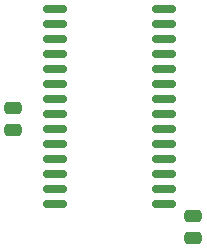
<source format=gbr>
%TF.GenerationSoftware,KiCad,Pcbnew,(6.0.1)*%
%TF.CreationDate,2022-03-15T19:28:32-04:00*%
%TF.ProjectId,WiFi-Board,57694669-2d42-46f6-9172-642e6b696361,rev?*%
%TF.SameCoordinates,Original*%
%TF.FileFunction,Paste,Bot*%
%TF.FilePolarity,Positive*%
%FSLAX46Y46*%
G04 Gerber Fmt 4.6, Leading zero omitted, Abs format (unit mm)*
G04 Created by KiCad (PCBNEW (6.0.1)) date 2022-03-15 19:28:32*
%MOMM*%
%LPD*%
G01*
G04 APERTURE LIST*
G04 Aperture macros list*
%AMRoundRect*
0 Rectangle with rounded corners*
0 $1 Rounding radius*
0 $2 $3 $4 $5 $6 $7 $8 $9 X,Y pos of 4 corners*
0 Add a 4 corners polygon primitive as box body*
4,1,4,$2,$3,$4,$5,$6,$7,$8,$9,$2,$3,0*
0 Add four circle primitives for the rounded corners*
1,1,$1+$1,$2,$3*
1,1,$1+$1,$4,$5*
1,1,$1+$1,$6,$7*
1,1,$1+$1,$8,$9*
0 Add four rect primitives between the rounded corners*
20,1,$1+$1,$2,$3,$4,$5,0*
20,1,$1+$1,$4,$5,$6,$7,0*
20,1,$1+$1,$6,$7,$8,$9,0*
20,1,$1+$1,$8,$9,$2,$3,0*%
G04 Aperture macros list end*
%ADD10RoundRect,0.150000X0.875000X0.150000X-0.875000X0.150000X-0.875000X-0.150000X0.875000X-0.150000X0*%
%ADD11RoundRect,0.250000X0.475000X-0.250000X0.475000X0.250000X-0.475000X0.250000X-0.475000X-0.250000X0*%
%ADD12RoundRect,0.250000X-0.475000X0.250000X-0.475000X-0.250000X0.475000X-0.250000X0.475000X0.250000X0*%
G04 APERTURE END LIST*
D10*
%TO.C,U2*%
X146890000Y-109093000D03*
X146890000Y-110363000D03*
X146890000Y-111633000D03*
X146890000Y-112903000D03*
X146890000Y-114173000D03*
X146890000Y-115443000D03*
X146890000Y-116713000D03*
X146890000Y-117983000D03*
X146890000Y-119253000D03*
X146890000Y-120523000D03*
X146890000Y-121793000D03*
X146890000Y-123063000D03*
X146890000Y-124333000D03*
X146890000Y-125603000D03*
X137590000Y-125603000D03*
X137590000Y-124333000D03*
X137590000Y-123063000D03*
X137590000Y-121793000D03*
X137590000Y-120523000D03*
X137590000Y-119253000D03*
X137590000Y-117983000D03*
X137590000Y-116713000D03*
X137590000Y-115443000D03*
X137590000Y-114173000D03*
X137590000Y-112903000D03*
X137590000Y-111633000D03*
X137590000Y-110363000D03*
X137590000Y-109093000D03*
%TD*%
D11*
%TO.C,C6*%
X134112000Y-119314000D03*
X134112000Y-117414000D03*
%TD*%
D12*
%TO.C,C7*%
X149352000Y-126558000D03*
X149352000Y-128458000D03*
%TD*%
M02*

</source>
